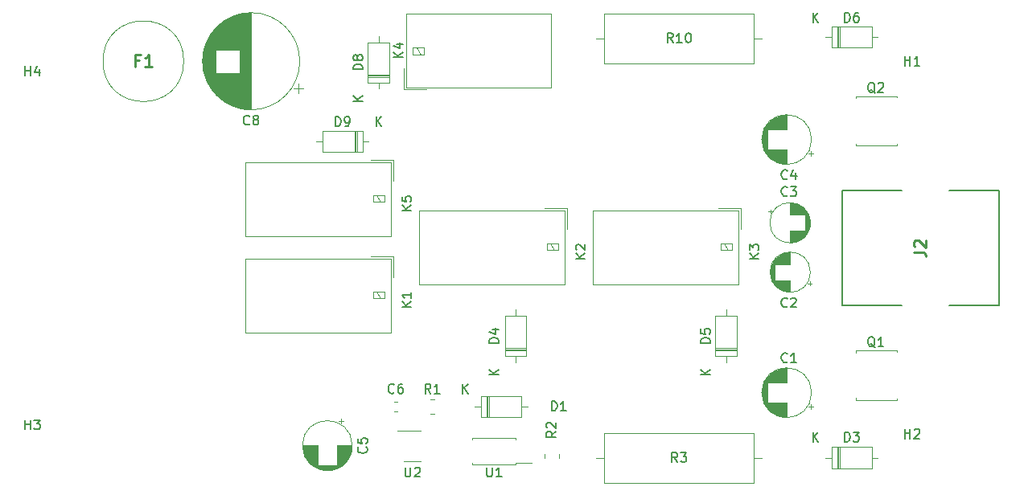
<source format=gbr>
%TF.GenerationSoftware,KiCad,Pcbnew,(5.1.7)-1*%
%TF.CreationDate,2021-07-26T21:24:21-04:00*%
%TF.ProjectId,PhoneInterface,50686f6e-6549-46e7-9465-72666163652e,rev?*%
%TF.SameCoordinates,Original*%
%TF.FileFunction,Legend,Top*%
%TF.FilePolarity,Positive*%
%FSLAX46Y46*%
G04 Gerber Fmt 4.6, Leading zero omitted, Abs format (unit mm)*
G04 Created by KiCad (PCBNEW (5.1.7)-1) date 2021-07-26 21:24:21*
%MOMM*%
%LPD*%
G01*
G04 APERTURE LIST*
%ADD10C,0.120000*%
%ADD11C,0.200000*%
%ADD12C,0.100000*%
%ADD13C,0.150000*%
%ADD14C,0.254000*%
G04 APERTURE END LIST*
D10*
%TO.C,U2*%
X134482000Y-123403000D02*
X136282000Y-123403000D01*
X136282000Y-120183000D02*
X133832000Y-120183000D01*
%TO.C,U1*%
X143967000Y-120954500D02*
X141657000Y-120954500D01*
X141657000Y-120954500D02*
X141657000Y-121169500D01*
X143967000Y-120954500D02*
X146277000Y-120954500D01*
X146277000Y-120954500D02*
X146277000Y-121169500D01*
X143967000Y-123774500D02*
X141657000Y-123774500D01*
X141657000Y-123774500D02*
X141657000Y-123559500D01*
X143967000Y-123774500D02*
X146277000Y-123774500D01*
X146277000Y-123774500D02*
X146277000Y-123559500D01*
X146277000Y-123559500D02*
X147967000Y-123559500D01*
%TO.C,R10*%
X155579000Y-76247000D02*
X155579000Y-81487000D01*
X155579000Y-81487000D02*
X171319000Y-81487000D01*
X171319000Y-81487000D02*
X171319000Y-76247000D01*
X171319000Y-76247000D02*
X155579000Y-76247000D01*
X154729000Y-78867000D02*
X155579000Y-78867000D01*
X172169000Y-78867000D02*
X171319000Y-78867000D01*
%TO.C,R3*%
X155579000Y-120443000D02*
X155579000Y-125683000D01*
X155579000Y-125683000D02*
X171319000Y-125683000D01*
X171319000Y-125683000D02*
X171319000Y-120443000D01*
X171319000Y-120443000D02*
X155579000Y-120443000D01*
X154729000Y-123063000D02*
X155579000Y-123063000D01*
X172169000Y-123063000D02*
X171319000Y-123063000D01*
%TO.C,R2*%
X149315500Y-123115564D02*
X149315500Y-122661436D01*
X150785500Y-123115564D02*
X150785500Y-122661436D01*
%TO.C,R1*%
X137704564Y-118400500D02*
X137250436Y-118400500D01*
X137704564Y-116930500D02*
X137250436Y-116930500D01*
%TO.C,Q2*%
X182089000Y-89966500D02*
X182089000Y-90166500D01*
X182089000Y-90166500D02*
X186389000Y-90166500D01*
X186389000Y-90166500D02*
X186389000Y-90016500D01*
X186389000Y-85116500D02*
X186389000Y-84966500D01*
X186389000Y-84966500D02*
X182089000Y-84966500D01*
X182089000Y-84966500D02*
X182089000Y-85166500D01*
%TO.C,Q1*%
X182089000Y-116763500D02*
X182089000Y-116963500D01*
X182089000Y-116963500D02*
X186389000Y-116963500D01*
X186389000Y-116963500D02*
X186389000Y-116813500D01*
X186389000Y-111913500D02*
X186389000Y-111763500D01*
X186389000Y-111763500D02*
X182089000Y-111763500D01*
X182089000Y-111763500D02*
X182089000Y-111963500D01*
%TO.C,K5*%
X133116000Y-99711500D02*
X117836000Y-99711500D01*
X133096000Y-91931500D02*
X117836000Y-91931500D01*
X117836000Y-99711500D02*
X117836000Y-91931500D01*
X133116000Y-99711500D02*
X133116000Y-91931500D01*
X133336000Y-91711500D02*
X133336000Y-93901500D01*
X130996000Y-91711500D02*
X133336000Y-91711500D01*
X131226000Y-95411500D02*
X131226000Y-96111500D01*
X132426000Y-95411500D02*
X131226000Y-95411500D01*
X132426000Y-96111500D02*
X132426000Y-95411500D01*
X131226000Y-96111500D02*
X132426000Y-96111500D01*
X131626000Y-95411500D02*
X132026000Y-96111500D01*
%TO.C,K4*%
X134727000Y-76247000D02*
X150007000Y-76247000D01*
X134747000Y-84027000D02*
X150007000Y-84027000D01*
X150007000Y-76247000D02*
X150007000Y-84027000D01*
X134727000Y-76247000D02*
X134727000Y-84027000D01*
X134507000Y-84247000D02*
X134507000Y-82057000D01*
X136847000Y-84247000D02*
X134507000Y-84247000D01*
X136617000Y-80547000D02*
X136617000Y-79847000D01*
X135417000Y-80547000D02*
X136617000Y-80547000D01*
X135417000Y-79847000D02*
X135417000Y-80547000D01*
X136617000Y-79847000D02*
X135417000Y-79847000D01*
X136217000Y-80547000D02*
X135817000Y-79847000D01*
%TO.C,K3*%
X169692000Y-104791500D02*
X154412000Y-104791500D01*
X169672000Y-97011500D02*
X154412000Y-97011500D01*
X154412000Y-104791500D02*
X154412000Y-97011500D01*
X169692000Y-104791500D02*
X169692000Y-97011500D01*
X169912000Y-96791500D02*
X169912000Y-98981500D01*
X167572000Y-96791500D02*
X169912000Y-96791500D01*
X167802000Y-100491500D02*
X167802000Y-101191500D01*
X169002000Y-100491500D02*
X167802000Y-100491500D01*
X169002000Y-101191500D02*
X169002000Y-100491500D01*
X167802000Y-101191500D02*
X169002000Y-101191500D01*
X168202000Y-100491500D02*
X168602000Y-101191500D01*
%TO.C,K2*%
X151404000Y-104791500D02*
X136124000Y-104791500D01*
X151384000Y-97011500D02*
X136124000Y-97011500D01*
X136124000Y-104791500D02*
X136124000Y-97011500D01*
X151404000Y-104791500D02*
X151404000Y-97011500D01*
X151624000Y-96791500D02*
X151624000Y-98981500D01*
X149284000Y-96791500D02*
X151624000Y-96791500D01*
X149514000Y-100491500D02*
X149514000Y-101191500D01*
X150714000Y-100491500D02*
X149514000Y-100491500D01*
X150714000Y-101191500D02*
X150714000Y-100491500D01*
X149514000Y-101191500D02*
X150714000Y-101191500D01*
X149914000Y-100491500D02*
X150314000Y-101191500D01*
%TO.C,K1*%
X133116000Y-109871500D02*
X117836000Y-109871500D01*
X133096000Y-102091500D02*
X117836000Y-102091500D01*
X117836000Y-109871500D02*
X117836000Y-102091500D01*
X133116000Y-109871500D02*
X133116000Y-102091500D01*
X133336000Y-101871500D02*
X133336000Y-104061500D01*
X130996000Y-101871500D02*
X133336000Y-101871500D01*
X131226000Y-105571500D02*
X131226000Y-106271500D01*
X132426000Y-105571500D02*
X131226000Y-105571500D01*
X132426000Y-106271500D02*
X132426000Y-105571500D01*
X131226000Y-106271500D02*
X132426000Y-106271500D01*
X131626000Y-105571500D02*
X132026000Y-106271500D01*
D11*
%TO.C,J2*%
X186904000Y-107002000D02*
X180594000Y-107002000D01*
X180594000Y-107002000D02*
X180594000Y-94932000D01*
X180594000Y-94932000D02*
X186904000Y-94932000D01*
X191904000Y-107002000D02*
X197104000Y-107002000D01*
X197104000Y-107002000D02*
X197104000Y-94932000D01*
X197104000Y-94932000D02*
X191904000Y-94932000D01*
D12*
%TO.C,F1*%
X102811000Y-81280000D02*
X102811000Y-81280000D01*
X111311000Y-81280000D02*
X111311000Y-81280000D01*
X102811000Y-81280000D02*
G75*
G02*
X111311000Y-81280000I4250000J0D01*
G01*
X111311000Y-81280000D02*
G75*
G02*
X102811000Y-81280000I-4250000J0D01*
G01*
D10*
%TO.C,D9*%
X130136000Y-90845500D02*
X130136000Y-88605500D01*
X130136000Y-88605500D02*
X125896000Y-88605500D01*
X125896000Y-88605500D02*
X125896000Y-90845500D01*
X125896000Y-90845500D02*
X130136000Y-90845500D01*
X130786000Y-89725500D02*
X130136000Y-89725500D01*
X125246000Y-89725500D02*
X125896000Y-89725500D01*
X129416000Y-90845500D02*
X129416000Y-88605500D01*
X129296000Y-90845500D02*
X129296000Y-88605500D01*
X129536000Y-90845500D02*
X129536000Y-88605500D01*
%TO.C,D8*%
X130706000Y-83527000D02*
X132946000Y-83527000D01*
X132946000Y-83527000D02*
X132946000Y-79287000D01*
X132946000Y-79287000D02*
X130706000Y-79287000D01*
X130706000Y-79287000D02*
X130706000Y-83527000D01*
X131826000Y-84177000D02*
X131826000Y-83527000D01*
X131826000Y-78637000D02*
X131826000Y-79287000D01*
X130706000Y-82807000D02*
X132946000Y-82807000D01*
X130706000Y-82687000D02*
X132946000Y-82687000D01*
X130706000Y-82927000D02*
X132946000Y-82927000D01*
%TO.C,D6*%
X179490000Y-77620000D02*
X179490000Y-79860000D01*
X179490000Y-79860000D02*
X183730000Y-79860000D01*
X183730000Y-79860000D02*
X183730000Y-77620000D01*
X183730000Y-77620000D02*
X179490000Y-77620000D01*
X178840000Y-78740000D02*
X179490000Y-78740000D01*
X184380000Y-78740000D02*
X183730000Y-78740000D01*
X180210000Y-77620000D02*
X180210000Y-79860000D01*
X180330000Y-77620000D02*
X180330000Y-79860000D01*
X180090000Y-77620000D02*
X180090000Y-79860000D01*
%TO.C,D5*%
X167282000Y-112356000D02*
X169522000Y-112356000D01*
X169522000Y-112356000D02*
X169522000Y-108116000D01*
X169522000Y-108116000D02*
X167282000Y-108116000D01*
X167282000Y-108116000D02*
X167282000Y-112356000D01*
X168402000Y-113006000D02*
X168402000Y-112356000D01*
X168402000Y-107466000D02*
X168402000Y-108116000D01*
X167282000Y-111636000D02*
X169522000Y-111636000D01*
X167282000Y-111516000D02*
X169522000Y-111516000D01*
X167282000Y-111756000D02*
X169522000Y-111756000D01*
%TO.C,D4*%
X145120500Y-112356000D02*
X147360500Y-112356000D01*
X147360500Y-112356000D02*
X147360500Y-108116000D01*
X147360500Y-108116000D02*
X145120500Y-108116000D01*
X145120500Y-108116000D02*
X145120500Y-112356000D01*
X146240500Y-113006000D02*
X146240500Y-112356000D01*
X146240500Y-107466000D02*
X146240500Y-108116000D01*
X145120500Y-111636000D02*
X147360500Y-111636000D01*
X145120500Y-111516000D02*
X147360500Y-111516000D01*
X145120500Y-111756000D02*
X147360500Y-111756000D01*
%TO.C,D3*%
X179490000Y-121943000D02*
X179490000Y-124183000D01*
X179490000Y-124183000D02*
X183730000Y-124183000D01*
X183730000Y-124183000D02*
X183730000Y-121943000D01*
X183730000Y-121943000D02*
X179490000Y-121943000D01*
X178840000Y-123063000D02*
X179490000Y-123063000D01*
X184380000Y-123063000D02*
X183730000Y-123063000D01*
X180210000Y-121943000D02*
X180210000Y-124183000D01*
X180330000Y-121943000D02*
X180330000Y-124183000D01*
X180090000Y-121943000D02*
X180090000Y-124183000D01*
%TO.C,D1*%
X142596500Y-116545500D02*
X142596500Y-118785500D01*
X142596500Y-118785500D02*
X146836500Y-118785500D01*
X146836500Y-118785500D02*
X146836500Y-116545500D01*
X146836500Y-116545500D02*
X142596500Y-116545500D01*
X141946500Y-117665500D02*
X142596500Y-117665500D01*
X147486500Y-117665500D02*
X146836500Y-117665500D01*
X143316500Y-116545500D02*
X143316500Y-118785500D01*
X143436500Y-116545500D02*
X143436500Y-118785500D01*
X143196500Y-116545500D02*
X143196500Y-118785500D01*
%TO.C,C8*%
X123524000Y-81280000D02*
G75*
G03*
X123524000Y-81280000I-5120000J0D01*
G01*
X118404000Y-86360000D02*
X118404000Y-76200000D01*
X118364000Y-86360000D02*
X118364000Y-76200000D01*
X118324000Y-86360000D02*
X118324000Y-76200000D01*
X118284000Y-86359000D02*
X118284000Y-76201000D01*
X118244000Y-86358000D02*
X118244000Y-76202000D01*
X118204000Y-86357000D02*
X118204000Y-76203000D01*
X118164000Y-86355000D02*
X118164000Y-76205000D01*
X118124000Y-86353000D02*
X118124000Y-76207000D01*
X118084000Y-86350000D02*
X118084000Y-76210000D01*
X118044000Y-86348000D02*
X118044000Y-76212000D01*
X118004000Y-86345000D02*
X118004000Y-76215000D01*
X117964000Y-86342000D02*
X117964000Y-76218000D01*
X117924000Y-86338000D02*
X117924000Y-76222000D01*
X117884000Y-86334000D02*
X117884000Y-76226000D01*
X117844000Y-86330000D02*
X117844000Y-76230000D01*
X117804000Y-86325000D02*
X117804000Y-76235000D01*
X117764000Y-86320000D02*
X117764000Y-76240000D01*
X117724000Y-86315000D02*
X117724000Y-76245000D01*
X117683000Y-86310000D02*
X117683000Y-76250000D01*
X117643000Y-86304000D02*
X117643000Y-76256000D01*
X117603000Y-86298000D02*
X117603000Y-76262000D01*
X117563000Y-86291000D02*
X117563000Y-76269000D01*
X117523000Y-86284000D02*
X117523000Y-76276000D01*
X117483000Y-86277000D02*
X117483000Y-76283000D01*
X117443000Y-86270000D02*
X117443000Y-76290000D01*
X117403000Y-86262000D02*
X117403000Y-76298000D01*
X117363000Y-86254000D02*
X117363000Y-76306000D01*
X117323000Y-86245000D02*
X117323000Y-76315000D01*
X117283000Y-86236000D02*
X117283000Y-76324000D01*
X117243000Y-86227000D02*
X117243000Y-76333000D01*
X117203000Y-86218000D02*
X117203000Y-76342000D01*
X117163000Y-86208000D02*
X117163000Y-76352000D01*
X117123000Y-86198000D02*
X117123000Y-82521000D01*
X117123000Y-80039000D02*
X117123000Y-76362000D01*
X117083000Y-86187000D02*
X117083000Y-82521000D01*
X117083000Y-80039000D02*
X117083000Y-76373000D01*
X117043000Y-86177000D02*
X117043000Y-82521000D01*
X117043000Y-80039000D02*
X117043000Y-76383000D01*
X117003000Y-86165000D02*
X117003000Y-82521000D01*
X117003000Y-80039000D02*
X117003000Y-76395000D01*
X116963000Y-86154000D02*
X116963000Y-82521000D01*
X116963000Y-80039000D02*
X116963000Y-76406000D01*
X116923000Y-86142000D02*
X116923000Y-82521000D01*
X116923000Y-80039000D02*
X116923000Y-76418000D01*
X116883000Y-86130000D02*
X116883000Y-82521000D01*
X116883000Y-80039000D02*
X116883000Y-76430000D01*
X116843000Y-86117000D02*
X116843000Y-82521000D01*
X116843000Y-80039000D02*
X116843000Y-76443000D01*
X116803000Y-86104000D02*
X116803000Y-82521000D01*
X116803000Y-80039000D02*
X116803000Y-76456000D01*
X116763000Y-86091000D02*
X116763000Y-82521000D01*
X116763000Y-80039000D02*
X116763000Y-76469000D01*
X116723000Y-86077000D02*
X116723000Y-82521000D01*
X116723000Y-80039000D02*
X116723000Y-76483000D01*
X116683000Y-86063000D02*
X116683000Y-82521000D01*
X116683000Y-80039000D02*
X116683000Y-76497000D01*
X116643000Y-86048000D02*
X116643000Y-82521000D01*
X116643000Y-80039000D02*
X116643000Y-76512000D01*
X116603000Y-86034000D02*
X116603000Y-82521000D01*
X116603000Y-80039000D02*
X116603000Y-76526000D01*
X116563000Y-86018000D02*
X116563000Y-82521000D01*
X116563000Y-80039000D02*
X116563000Y-76542000D01*
X116523000Y-86003000D02*
X116523000Y-82521000D01*
X116523000Y-80039000D02*
X116523000Y-76557000D01*
X116483000Y-85987000D02*
X116483000Y-82521000D01*
X116483000Y-80039000D02*
X116483000Y-76573000D01*
X116443000Y-85970000D02*
X116443000Y-82521000D01*
X116443000Y-80039000D02*
X116443000Y-76590000D01*
X116403000Y-85954000D02*
X116403000Y-82521000D01*
X116403000Y-80039000D02*
X116403000Y-76606000D01*
X116363000Y-85937000D02*
X116363000Y-82521000D01*
X116363000Y-80039000D02*
X116363000Y-76623000D01*
X116323000Y-85919000D02*
X116323000Y-82521000D01*
X116323000Y-80039000D02*
X116323000Y-76641000D01*
X116283000Y-85901000D02*
X116283000Y-82521000D01*
X116283000Y-80039000D02*
X116283000Y-76659000D01*
X116243000Y-85883000D02*
X116243000Y-82521000D01*
X116243000Y-80039000D02*
X116243000Y-76677000D01*
X116203000Y-85864000D02*
X116203000Y-82521000D01*
X116203000Y-80039000D02*
X116203000Y-76696000D01*
X116163000Y-85844000D02*
X116163000Y-82521000D01*
X116163000Y-80039000D02*
X116163000Y-76716000D01*
X116123000Y-85825000D02*
X116123000Y-82521000D01*
X116123000Y-80039000D02*
X116123000Y-76735000D01*
X116083000Y-85805000D02*
X116083000Y-82521000D01*
X116083000Y-80039000D02*
X116083000Y-76755000D01*
X116043000Y-85784000D02*
X116043000Y-82521000D01*
X116043000Y-80039000D02*
X116043000Y-76776000D01*
X116003000Y-85763000D02*
X116003000Y-82521000D01*
X116003000Y-80039000D02*
X116003000Y-76797000D01*
X115963000Y-85742000D02*
X115963000Y-82521000D01*
X115963000Y-80039000D02*
X115963000Y-76818000D01*
X115923000Y-85720000D02*
X115923000Y-82521000D01*
X115923000Y-80039000D02*
X115923000Y-76840000D01*
X115883000Y-85697000D02*
X115883000Y-82521000D01*
X115883000Y-80039000D02*
X115883000Y-76863000D01*
X115843000Y-85675000D02*
X115843000Y-82521000D01*
X115843000Y-80039000D02*
X115843000Y-76885000D01*
X115803000Y-85651000D02*
X115803000Y-82521000D01*
X115803000Y-80039000D02*
X115803000Y-76909000D01*
X115763000Y-85627000D02*
X115763000Y-82521000D01*
X115763000Y-80039000D02*
X115763000Y-76933000D01*
X115723000Y-85603000D02*
X115723000Y-82521000D01*
X115723000Y-80039000D02*
X115723000Y-76957000D01*
X115683000Y-85578000D02*
X115683000Y-82521000D01*
X115683000Y-80039000D02*
X115683000Y-76982000D01*
X115643000Y-85553000D02*
X115643000Y-82521000D01*
X115643000Y-80039000D02*
X115643000Y-77007000D01*
X115603000Y-85527000D02*
X115603000Y-82521000D01*
X115603000Y-80039000D02*
X115603000Y-77033000D01*
X115563000Y-85501000D02*
X115563000Y-82521000D01*
X115563000Y-80039000D02*
X115563000Y-77059000D01*
X115523000Y-85474000D02*
X115523000Y-82521000D01*
X115523000Y-80039000D02*
X115523000Y-77086000D01*
X115483000Y-85446000D02*
X115483000Y-82521000D01*
X115483000Y-80039000D02*
X115483000Y-77114000D01*
X115443000Y-85418000D02*
X115443000Y-82521000D01*
X115443000Y-80039000D02*
X115443000Y-77142000D01*
X115403000Y-85390000D02*
X115403000Y-82521000D01*
X115403000Y-80039000D02*
X115403000Y-77170000D01*
X115363000Y-85360000D02*
X115363000Y-82521000D01*
X115363000Y-80039000D02*
X115363000Y-77200000D01*
X115323000Y-85330000D02*
X115323000Y-82521000D01*
X115323000Y-80039000D02*
X115323000Y-77230000D01*
X115283000Y-85300000D02*
X115283000Y-82521000D01*
X115283000Y-80039000D02*
X115283000Y-77260000D01*
X115243000Y-85269000D02*
X115243000Y-82521000D01*
X115243000Y-80039000D02*
X115243000Y-77291000D01*
X115203000Y-85237000D02*
X115203000Y-82521000D01*
X115203000Y-80039000D02*
X115203000Y-77323000D01*
X115163000Y-85205000D02*
X115163000Y-82521000D01*
X115163000Y-80039000D02*
X115163000Y-77355000D01*
X115123000Y-85172000D02*
X115123000Y-82521000D01*
X115123000Y-80039000D02*
X115123000Y-77388000D01*
X115083000Y-85138000D02*
X115083000Y-82521000D01*
X115083000Y-80039000D02*
X115083000Y-77422000D01*
X115043000Y-85104000D02*
X115043000Y-82521000D01*
X115043000Y-80039000D02*
X115043000Y-77456000D01*
X115003000Y-85069000D02*
X115003000Y-82521000D01*
X115003000Y-80039000D02*
X115003000Y-77491000D01*
X114963000Y-85033000D02*
X114963000Y-82521000D01*
X114963000Y-80039000D02*
X114963000Y-77527000D01*
X114923000Y-84996000D02*
X114923000Y-82521000D01*
X114923000Y-80039000D02*
X114923000Y-77564000D01*
X114883000Y-84959000D02*
X114883000Y-82521000D01*
X114883000Y-80039000D02*
X114883000Y-77601000D01*
X114843000Y-84920000D02*
X114843000Y-82521000D01*
X114843000Y-80039000D02*
X114843000Y-77640000D01*
X114803000Y-84881000D02*
X114803000Y-82521000D01*
X114803000Y-80039000D02*
X114803000Y-77679000D01*
X114763000Y-84841000D02*
X114763000Y-82521000D01*
X114763000Y-80039000D02*
X114763000Y-77719000D01*
X114723000Y-84800000D02*
X114723000Y-82521000D01*
X114723000Y-80039000D02*
X114723000Y-77760000D01*
X114683000Y-84758000D02*
X114683000Y-82521000D01*
X114683000Y-80039000D02*
X114683000Y-77802000D01*
X114643000Y-84716000D02*
X114643000Y-77844000D01*
X114603000Y-84672000D02*
X114603000Y-77888000D01*
X114563000Y-84627000D02*
X114563000Y-77933000D01*
X114523000Y-84581000D02*
X114523000Y-77979000D01*
X114483000Y-84534000D02*
X114483000Y-78026000D01*
X114443000Y-84486000D02*
X114443000Y-78074000D01*
X114403000Y-84436000D02*
X114403000Y-78124000D01*
X114363000Y-84386000D02*
X114363000Y-78174000D01*
X114323000Y-84334000D02*
X114323000Y-78226000D01*
X114283000Y-84280000D02*
X114283000Y-78280000D01*
X114243000Y-84225000D02*
X114243000Y-78335000D01*
X114203000Y-84169000D02*
X114203000Y-78391000D01*
X114163000Y-84110000D02*
X114163000Y-78450000D01*
X114123000Y-84050000D02*
X114123000Y-78510000D01*
X114083000Y-83989000D02*
X114083000Y-78571000D01*
X114043000Y-83925000D02*
X114043000Y-78635000D01*
X114003000Y-83859000D02*
X114003000Y-78701000D01*
X113963000Y-83790000D02*
X113963000Y-78770000D01*
X113923000Y-83719000D02*
X113923000Y-78841000D01*
X113883000Y-83645000D02*
X113883000Y-78915000D01*
X113843000Y-83569000D02*
X113843000Y-78991000D01*
X113803000Y-83489000D02*
X113803000Y-79071000D01*
X113763000Y-83405000D02*
X113763000Y-79155000D01*
X113723000Y-83317000D02*
X113723000Y-79243000D01*
X113683000Y-83224000D02*
X113683000Y-79336000D01*
X113643000Y-83126000D02*
X113643000Y-79434000D01*
X113603000Y-83022000D02*
X113603000Y-79538000D01*
X113563000Y-82910000D02*
X113563000Y-79650000D01*
X113523000Y-82790000D02*
X113523000Y-79770000D01*
X113483000Y-82658000D02*
X113483000Y-79902000D01*
X113443000Y-82510000D02*
X113443000Y-80050000D01*
X113403000Y-82342000D02*
X113403000Y-80218000D01*
X113363000Y-82142000D02*
X113363000Y-80418000D01*
X113323000Y-81879000D02*
X113323000Y-80681000D01*
X123883646Y-84155000D02*
X122883646Y-84155000D01*
X123383646Y-84655000D02*
X123383646Y-83655000D01*
%TO.C,C6*%
X133787267Y-118175500D02*
X133494733Y-118175500D01*
X133787267Y-117155500D02*
X133494733Y-117155500D01*
%TO.C,C5*%
X129048500Y-121777000D02*
G75*
G03*
X129048500Y-121777000I-2620000J0D01*
G01*
X125388500Y-121777000D02*
X123848500Y-121777000D01*
X129008500Y-121777000D02*
X127468500Y-121777000D01*
X125388500Y-121817000D02*
X123848500Y-121817000D01*
X129008500Y-121817000D02*
X127468500Y-121817000D01*
X129007500Y-121857000D02*
X127468500Y-121857000D01*
X125388500Y-121857000D02*
X123849500Y-121857000D01*
X129006500Y-121897000D02*
X127468500Y-121897000D01*
X125388500Y-121897000D02*
X123850500Y-121897000D01*
X129004500Y-121937000D02*
X127468500Y-121937000D01*
X125388500Y-121937000D02*
X123852500Y-121937000D01*
X129001500Y-121977000D02*
X127468500Y-121977000D01*
X125388500Y-121977000D02*
X123855500Y-121977000D01*
X128997500Y-122017000D02*
X127468500Y-122017000D01*
X125388500Y-122017000D02*
X123859500Y-122017000D01*
X128993500Y-122057000D02*
X127468500Y-122057000D01*
X125388500Y-122057000D02*
X123863500Y-122057000D01*
X128989500Y-122097000D02*
X127468500Y-122097000D01*
X125388500Y-122097000D02*
X123867500Y-122097000D01*
X128984500Y-122137000D02*
X127468500Y-122137000D01*
X125388500Y-122137000D02*
X123872500Y-122137000D01*
X128978500Y-122177000D02*
X127468500Y-122177000D01*
X125388500Y-122177000D02*
X123878500Y-122177000D01*
X128971500Y-122217000D02*
X127468500Y-122217000D01*
X125388500Y-122217000D02*
X123885500Y-122217000D01*
X128964500Y-122257000D02*
X127468500Y-122257000D01*
X125388500Y-122257000D02*
X123892500Y-122257000D01*
X128956500Y-122297000D02*
X127468500Y-122297000D01*
X125388500Y-122297000D02*
X123900500Y-122297000D01*
X128948500Y-122337000D02*
X127468500Y-122337000D01*
X125388500Y-122337000D02*
X123908500Y-122337000D01*
X128939500Y-122377000D02*
X127468500Y-122377000D01*
X125388500Y-122377000D02*
X123917500Y-122377000D01*
X128929500Y-122417000D02*
X127468500Y-122417000D01*
X125388500Y-122417000D02*
X123927500Y-122417000D01*
X128919500Y-122457000D02*
X127468500Y-122457000D01*
X125388500Y-122457000D02*
X123937500Y-122457000D01*
X128908500Y-122498000D02*
X127468500Y-122498000D01*
X125388500Y-122498000D02*
X123948500Y-122498000D01*
X128896500Y-122538000D02*
X127468500Y-122538000D01*
X125388500Y-122538000D02*
X123960500Y-122538000D01*
X128883500Y-122578000D02*
X127468500Y-122578000D01*
X125388500Y-122578000D02*
X123973500Y-122578000D01*
X128870500Y-122618000D02*
X127468500Y-122618000D01*
X125388500Y-122618000D02*
X123986500Y-122618000D01*
X128856500Y-122658000D02*
X127468500Y-122658000D01*
X125388500Y-122658000D02*
X124000500Y-122658000D01*
X128842500Y-122698000D02*
X127468500Y-122698000D01*
X125388500Y-122698000D02*
X124014500Y-122698000D01*
X128826500Y-122738000D02*
X127468500Y-122738000D01*
X125388500Y-122738000D02*
X124030500Y-122738000D01*
X128810500Y-122778000D02*
X127468500Y-122778000D01*
X125388500Y-122778000D02*
X124046500Y-122778000D01*
X128793500Y-122818000D02*
X127468500Y-122818000D01*
X125388500Y-122818000D02*
X124063500Y-122818000D01*
X128776500Y-122858000D02*
X127468500Y-122858000D01*
X125388500Y-122858000D02*
X124080500Y-122858000D01*
X128757500Y-122898000D02*
X127468500Y-122898000D01*
X125388500Y-122898000D02*
X124099500Y-122898000D01*
X128738500Y-122938000D02*
X127468500Y-122938000D01*
X125388500Y-122938000D02*
X124118500Y-122938000D01*
X128718500Y-122978000D02*
X127468500Y-122978000D01*
X125388500Y-122978000D02*
X124138500Y-122978000D01*
X128696500Y-123018000D02*
X127468500Y-123018000D01*
X125388500Y-123018000D02*
X124160500Y-123018000D01*
X128675500Y-123058000D02*
X127468500Y-123058000D01*
X125388500Y-123058000D02*
X124181500Y-123058000D01*
X128652500Y-123098000D02*
X127468500Y-123098000D01*
X125388500Y-123098000D02*
X124204500Y-123098000D01*
X128628500Y-123138000D02*
X127468500Y-123138000D01*
X125388500Y-123138000D02*
X124228500Y-123138000D01*
X128603500Y-123178000D02*
X127468500Y-123178000D01*
X125388500Y-123178000D02*
X124253500Y-123178000D01*
X128577500Y-123218000D02*
X127468500Y-123218000D01*
X125388500Y-123218000D02*
X124279500Y-123218000D01*
X128550500Y-123258000D02*
X127468500Y-123258000D01*
X125388500Y-123258000D02*
X124306500Y-123258000D01*
X128523500Y-123298000D02*
X127468500Y-123298000D01*
X125388500Y-123298000D02*
X124333500Y-123298000D01*
X128493500Y-123338000D02*
X127468500Y-123338000D01*
X125388500Y-123338000D02*
X124363500Y-123338000D01*
X128463500Y-123378000D02*
X127468500Y-123378000D01*
X125388500Y-123378000D02*
X124393500Y-123378000D01*
X128432500Y-123418000D02*
X127468500Y-123418000D01*
X125388500Y-123418000D02*
X124424500Y-123418000D01*
X128399500Y-123458000D02*
X127468500Y-123458000D01*
X125388500Y-123458000D02*
X124457500Y-123458000D01*
X128365500Y-123498000D02*
X127468500Y-123498000D01*
X125388500Y-123498000D02*
X124491500Y-123498000D01*
X128329500Y-123538000D02*
X127468500Y-123538000D01*
X125388500Y-123538000D02*
X124527500Y-123538000D01*
X128292500Y-123578000D02*
X127468500Y-123578000D01*
X125388500Y-123578000D02*
X124564500Y-123578000D01*
X128254500Y-123618000D02*
X127468500Y-123618000D01*
X125388500Y-123618000D02*
X124602500Y-123618000D01*
X128213500Y-123658000D02*
X127468500Y-123658000D01*
X125388500Y-123658000D02*
X124643500Y-123658000D01*
X128171500Y-123698000D02*
X127468500Y-123698000D01*
X125388500Y-123698000D02*
X124685500Y-123698000D01*
X128127500Y-123738000D02*
X127468500Y-123738000D01*
X125388500Y-123738000D02*
X124729500Y-123738000D01*
X128081500Y-123778000D02*
X127468500Y-123778000D01*
X125388500Y-123778000D02*
X124775500Y-123778000D01*
X128033500Y-123818000D02*
X124823500Y-123818000D01*
X127982500Y-123858000D02*
X124874500Y-123858000D01*
X127928500Y-123898000D02*
X124928500Y-123898000D01*
X127871500Y-123938000D02*
X124985500Y-123938000D01*
X127811500Y-123978000D02*
X125045500Y-123978000D01*
X127747500Y-124018000D02*
X125109500Y-124018000D01*
X127679500Y-124058000D02*
X125177500Y-124058000D01*
X127606500Y-124098000D02*
X125250500Y-124098000D01*
X127526500Y-124138000D02*
X125330500Y-124138000D01*
X127439500Y-124178000D02*
X125417500Y-124178000D01*
X127343500Y-124218000D02*
X125513500Y-124218000D01*
X127233500Y-124258000D02*
X125623500Y-124258000D01*
X127105500Y-124298000D02*
X125751500Y-124298000D01*
X126946500Y-124338000D02*
X125910500Y-124338000D01*
X126712500Y-124378000D02*
X126144500Y-124378000D01*
X127903500Y-118972225D02*
X127903500Y-119472225D01*
X128153500Y-119222225D02*
X127653500Y-119222225D01*
%TO.C,C4*%
X177388000Y-89535000D02*
G75*
G03*
X177388000Y-89535000I-2620000J0D01*
G01*
X174768000Y-88495000D02*
X174768000Y-86955000D01*
X174768000Y-92115000D02*
X174768000Y-90575000D01*
X174728000Y-88495000D02*
X174728000Y-86955000D01*
X174728000Y-92115000D02*
X174728000Y-90575000D01*
X174688000Y-92114000D02*
X174688000Y-90575000D01*
X174688000Y-88495000D02*
X174688000Y-86956000D01*
X174648000Y-92113000D02*
X174648000Y-90575000D01*
X174648000Y-88495000D02*
X174648000Y-86957000D01*
X174608000Y-92111000D02*
X174608000Y-90575000D01*
X174608000Y-88495000D02*
X174608000Y-86959000D01*
X174568000Y-92108000D02*
X174568000Y-90575000D01*
X174568000Y-88495000D02*
X174568000Y-86962000D01*
X174528000Y-92104000D02*
X174528000Y-90575000D01*
X174528000Y-88495000D02*
X174528000Y-86966000D01*
X174488000Y-92100000D02*
X174488000Y-90575000D01*
X174488000Y-88495000D02*
X174488000Y-86970000D01*
X174448000Y-92096000D02*
X174448000Y-90575000D01*
X174448000Y-88495000D02*
X174448000Y-86974000D01*
X174408000Y-92091000D02*
X174408000Y-90575000D01*
X174408000Y-88495000D02*
X174408000Y-86979000D01*
X174368000Y-92085000D02*
X174368000Y-90575000D01*
X174368000Y-88495000D02*
X174368000Y-86985000D01*
X174328000Y-92078000D02*
X174328000Y-90575000D01*
X174328000Y-88495000D02*
X174328000Y-86992000D01*
X174288000Y-92071000D02*
X174288000Y-90575000D01*
X174288000Y-88495000D02*
X174288000Y-86999000D01*
X174248000Y-92063000D02*
X174248000Y-90575000D01*
X174248000Y-88495000D02*
X174248000Y-87007000D01*
X174208000Y-92055000D02*
X174208000Y-90575000D01*
X174208000Y-88495000D02*
X174208000Y-87015000D01*
X174168000Y-92046000D02*
X174168000Y-90575000D01*
X174168000Y-88495000D02*
X174168000Y-87024000D01*
X174128000Y-92036000D02*
X174128000Y-90575000D01*
X174128000Y-88495000D02*
X174128000Y-87034000D01*
X174088000Y-92026000D02*
X174088000Y-90575000D01*
X174088000Y-88495000D02*
X174088000Y-87044000D01*
X174047000Y-92015000D02*
X174047000Y-90575000D01*
X174047000Y-88495000D02*
X174047000Y-87055000D01*
X174007000Y-92003000D02*
X174007000Y-90575000D01*
X174007000Y-88495000D02*
X174007000Y-87067000D01*
X173967000Y-91990000D02*
X173967000Y-90575000D01*
X173967000Y-88495000D02*
X173967000Y-87080000D01*
X173927000Y-91977000D02*
X173927000Y-90575000D01*
X173927000Y-88495000D02*
X173927000Y-87093000D01*
X173887000Y-91963000D02*
X173887000Y-90575000D01*
X173887000Y-88495000D02*
X173887000Y-87107000D01*
X173847000Y-91949000D02*
X173847000Y-90575000D01*
X173847000Y-88495000D02*
X173847000Y-87121000D01*
X173807000Y-91933000D02*
X173807000Y-90575000D01*
X173807000Y-88495000D02*
X173807000Y-87137000D01*
X173767000Y-91917000D02*
X173767000Y-90575000D01*
X173767000Y-88495000D02*
X173767000Y-87153000D01*
X173727000Y-91900000D02*
X173727000Y-90575000D01*
X173727000Y-88495000D02*
X173727000Y-87170000D01*
X173687000Y-91883000D02*
X173687000Y-90575000D01*
X173687000Y-88495000D02*
X173687000Y-87187000D01*
X173647000Y-91864000D02*
X173647000Y-90575000D01*
X173647000Y-88495000D02*
X173647000Y-87206000D01*
X173607000Y-91845000D02*
X173607000Y-90575000D01*
X173607000Y-88495000D02*
X173607000Y-87225000D01*
X173567000Y-91825000D02*
X173567000Y-90575000D01*
X173567000Y-88495000D02*
X173567000Y-87245000D01*
X173527000Y-91803000D02*
X173527000Y-90575000D01*
X173527000Y-88495000D02*
X173527000Y-87267000D01*
X173487000Y-91782000D02*
X173487000Y-90575000D01*
X173487000Y-88495000D02*
X173487000Y-87288000D01*
X173447000Y-91759000D02*
X173447000Y-90575000D01*
X173447000Y-88495000D02*
X173447000Y-87311000D01*
X173407000Y-91735000D02*
X173407000Y-90575000D01*
X173407000Y-88495000D02*
X173407000Y-87335000D01*
X173367000Y-91710000D02*
X173367000Y-90575000D01*
X173367000Y-88495000D02*
X173367000Y-87360000D01*
X173327000Y-91684000D02*
X173327000Y-90575000D01*
X173327000Y-88495000D02*
X173327000Y-87386000D01*
X173287000Y-91657000D02*
X173287000Y-90575000D01*
X173287000Y-88495000D02*
X173287000Y-87413000D01*
X173247000Y-91630000D02*
X173247000Y-90575000D01*
X173247000Y-88495000D02*
X173247000Y-87440000D01*
X173207000Y-91600000D02*
X173207000Y-90575000D01*
X173207000Y-88495000D02*
X173207000Y-87470000D01*
X173167000Y-91570000D02*
X173167000Y-90575000D01*
X173167000Y-88495000D02*
X173167000Y-87500000D01*
X173127000Y-91539000D02*
X173127000Y-90575000D01*
X173127000Y-88495000D02*
X173127000Y-87531000D01*
X173087000Y-91506000D02*
X173087000Y-90575000D01*
X173087000Y-88495000D02*
X173087000Y-87564000D01*
X173047000Y-91472000D02*
X173047000Y-90575000D01*
X173047000Y-88495000D02*
X173047000Y-87598000D01*
X173007000Y-91436000D02*
X173007000Y-90575000D01*
X173007000Y-88495000D02*
X173007000Y-87634000D01*
X172967000Y-91399000D02*
X172967000Y-90575000D01*
X172967000Y-88495000D02*
X172967000Y-87671000D01*
X172927000Y-91361000D02*
X172927000Y-90575000D01*
X172927000Y-88495000D02*
X172927000Y-87709000D01*
X172887000Y-91320000D02*
X172887000Y-90575000D01*
X172887000Y-88495000D02*
X172887000Y-87750000D01*
X172847000Y-91278000D02*
X172847000Y-90575000D01*
X172847000Y-88495000D02*
X172847000Y-87792000D01*
X172807000Y-91234000D02*
X172807000Y-90575000D01*
X172807000Y-88495000D02*
X172807000Y-87836000D01*
X172767000Y-91188000D02*
X172767000Y-90575000D01*
X172767000Y-88495000D02*
X172767000Y-87882000D01*
X172727000Y-91140000D02*
X172727000Y-87930000D01*
X172687000Y-91089000D02*
X172687000Y-87981000D01*
X172647000Y-91035000D02*
X172647000Y-88035000D01*
X172607000Y-90978000D02*
X172607000Y-88092000D01*
X172567000Y-90918000D02*
X172567000Y-88152000D01*
X172527000Y-90854000D02*
X172527000Y-88216000D01*
X172487000Y-90786000D02*
X172487000Y-88284000D01*
X172447000Y-90713000D02*
X172447000Y-88357000D01*
X172407000Y-90633000D02*
X172407000Y-88437000D01*
X172367000Y-90546000D02*
X172367000Y-88524000D01*
X172327000Y-90450000D02*
X172327000Y-88620000D01*
X172287000Y-90340000D02*
X172287000Y-88730000D01*
X172247000Y-90212000D02*
X172247000Y-88858000D01*
X172207000Y-90053000D02*
X172207000Y-89017000D01*
X172167000Y-89819000D02*
X172167000Y-89251000D01*
X177572775Y-91010000D02*
X177072775Y-91010000D01*
X177322775Y-91260000D02*
X177322775Y-90760000D01*
%TO.C,C3*%
X177241000Y-98298000D02*
G75*
G03*
X177241000Y-98298000I-2120000J0D01*
G01*
X175121000Y-99138000D02*
X175121000Y-100378000D01*
X175121000Y-96218000D02*
X175121000Y-97458000D01*
X175161000Y-99138000D02*
X175161000Y-100378000D01*
X175161000Y-96218000D02*
X175161000Y-97458000D01*
X175201000Y-99138000D02*
X175201000Y-100377000D01*
X175201000Y-96219000D02*
X175201000Y-97458000D01*
X175241000Y-96221000D02*
X175241000Y-97458000D01*
X175241000Y-99138000D02*
X175241000Y-100375000D01*
X175281000Y-96224000D02*
X175281000Y-97458000D01*
X175281000Y-99138000D02*
X175281000Y-100372000D01*
X175321000Y-96227000D02*
X175321000Y-97458000D01*
X175321000Y-99138000D02*
X175321000Y-100369000D01*
X175361000Y-96231000D02*
X175361000Y-97458000D01*
X175361000Y-99138000D02*
X175361000Y-100365000D01*
X175401000Y-96236000D02*
X175401000Y-97458000D01*
X175401000Y-99138000D02*
X175401000Y-100360000D01*
X175441000Y-96242000D02*
X175441000Y-97458000D01*
X175441000Y-99138000D02*
X175441000Y-100354000D01*
X175481000Y-96248000D02*
X175481000Y-97458000D01*
X175481000Y-99138000D02*
X175481000Y-100348000D01*
X175521000Y-96256000D02*
X175521000Y-97458000D01*
X175521000Y-99138000D02*
X175521000Y-100340000D01*
X175561000Y-96264000D02*
X175561000Y-97458000D01*
X175561000Y-99138000D02*
X175561000Y-100332000D01*
X175601000Y-96273000D02*
X175601000Y-97458000D01*
X175601000Y-99138000D02*
X175601000Y-100323000D01*
X175641000Y-96282000D02*
X175641000Y-97458000D01*
X175641000Y-99138000D02*
X175641000Y-100314000D01*
X175681000Y-96293000D02*
X175681000Y-97458000D01*
X175681000Y-99138000D02*
X175681000Y-100303000D01*
X175721000Y-96304000D02*
X175721000Y-97458000D01*
X175721000Y-99138000D02*
X175721000Y-100292000D01*
X175761000Y-96316000D02*
X175761000Y-97458000D01*
X175761000Y-99138000D02*
X175761000Y-100280000D01*
X175801000Y-96330000D02*
X175801000Y-97458000D01*
X175801000Y-99138000D02*
X175801000Y-100266000D01*
X175842000Y-96344000D02*
X175842000Y-97458000D01*
X175842000Y-99138000D02*
X175842000Y-100252000D01*
X175882000Y-96358000D02*
X175882000Y-97458000D01*
X175882000Y-99138000D02*
X175882000Y-100238000D01*
X175922000Y-96374000D02*
X175922000Y-97458000D01*
X175922000Y-99138000D02*
X175922000Y-100222000D01*
X175962000Y-96391000D02*
X175962000Y-97458000D01*
X175962000Y-99138000D02*
X175962000Y-100205000D01*
X176002000Y-96409000D02*
X176002000Y-97458000D01*
X176002000Y-99138000D02*
X176002000Y-100187000D01*
X176042000Y-96428000D02*
X176042000Y-97458000D01*
X176042000Y-99138000D02*
X176042000Y-100168000D01*
X176082000Y-96447000D02*
X176082000Y-97458000D01*
X176082000Y-99138000D02*
X176082000Y-100149000D01*
X176122000Y-96468000D02*
X176122000Y-97458000D01*
X176122000Y-99138000D02*
X176122000Y-100128000D01*
X176162000Y-96490000D02*
X176162000Y-97458000D01*
X176162000Y-99138000D02*
X176162000Y-100106000D01*
X176202000Y-96513000D02*
X176202000Y-97458000D01*
X176202000Y-99138000D02*
X176202000Y-100083000D01*
X176242000Y-96538000D02*
X176242000Y-97458000D01*
X176242000Y-99138000D02*
X176242000Y-100058000D01*
X176282000Y-96563000D02*
X176282000Y-97458000D01*
X176282000Y-99138000D02*
X176282000Y-100033000D01*
X176322000Y-96590000D02*
X176322000Y-97458000D01*
X176322000Y-99138000D02*
X176322000Y-100006000D01*
X176362000Y-96618000D02*
X176362000Y-97458000D01*
X176362000Y-99138000D02*
X176362000Y-99978000D01*
X176402000Y-96648000D02*
X176402000Y-97458000D01*
X176402000Y-99138000D02*
X176402000Y-99948000D01*
X176442000Y-96679000D02*
X176442000Y-97458000D01*
X176442000Y-99138000D02*
X176442000Y-99917000D01*
X176482000Y-96711000D02*
X176482000Y-97458000D01*
X176482000Y-99138000D02*
X176482000Y-99885000D01*
X176522000Y-96746000D02*
X176522000Y-97458000D01*
X176522000Y-99138000D02*
X176522000Y-99850000D01*
X176562000Y-96782000D02*
X176562000Y-97458000D01*
X176562000Y-99138000D02*
X176562000Y-99814000D01*
X176602000Y-96820000D02*
X176602000Y-97458000D01*
X176602000Y-99138000D02*
X176602000Y-99776000D01*
X176642000Y-96860000D02*
X176642000Y-97458000D01*
X176642000Y-99138000D02*
X176642000Y-99736000D01*
X176682000Y-96902000D02*
X176682000Y-97458000D01*
X176682000Y-99138000D02*
X176682000Y-99694000D01*
X176722000Y-96947000D02*
X176722000Y-99649000D01*
X176762000Y-96994000D02*
X176762000Y-99602000D01*
X176802000Y-97044000D02*
X176802000Y-99552000D01*
X176842000Y-97098000D02*
X176842000Y-99498000D01*
X176882000Y-97156000D02*
X176882000Y-99440000D01*
X176922000Y-97218000D02*
X176922000Y-99378000D01*
X176962000Y-97285000D02*
X176962000Y-99311000D01*
X177002000Y-97358000D02*
X177002000Y-99238000D01*
X177042000Y-97439000D02*
X177042000Y-99157000D01*
X177082000Y-97530000D02*
X177082000Y-99066000D01*
X177122000Y-97634000D02*
X177122000Y-98962000D01*
X177162000Y-97761000D02*
X177162000Y-98835000D01*
X177202000Y-97928000D02*
X177202000Y-98668000D01*
X172851199Y-97103000D02*
X173251199Y-97103000D01*
X173051199Y-96903000D02*
X173051199Y-97303000D01*
%TO.C,C2*%
X177265000Y-103505000D02*
G75*
G03*
X177265000Y-103505000I-2120000J0D01*
G01*
X175145000Y-102665000D02*
X175145000Y-101425000D01*
X175145000Y-105585000D02*
X175145000Y-104345000D01*
X175105000Y-102665000D02*
X175105000Y-101425000D01*
X175105000Y-105585000D02*
X175105000Y-104345000D01*
X175065000Y-102665000D02*
X175065000Y-101426000D01*
X175065000Y-105584000D02*
X175065000Y-104345000D01*
X175025000Y-105582000D02*
X175025000Y-104345000D01*
X175025000Y-102665000D02*
X175025000Y-101428000D01*
X174985000Y-105579000D02*
X174985000Y-104345000D01*
X174985000Y-102665000D02*
X174985000Y-101431000D01*
X174945000Y-105576000D02*
X174945000Y-104345000D01*
X174945000Y-102665000D02*
X174945000Y-101434000D01*
X174905000Y-105572000D02*
X174905000Y-104345000D01*
X174905000Y-102665000D02*
X174905000Y-101438000D01*
X174865000Y-105567000D02*
X174865000Y-104345000D01*
X174865000Y-102665000D02*
X174865000Y-101443000D01*
X174825000Y-105561000D02*
X174825000Y-104345000D01*
X174825000Y-102665000D02*
X174825000Y-101449000D01*
X174785000Y-105555000D02*
X174785000Y-104345000D01*
X174785000Y-102665000D02*
X174785000Y-101455000D01*
X174745000Y-105547000D02*
X174745000Y-104345000D01*
X174745000Y-102665000D02*
X174745000Y-101463000D01*
X174705000Y-105539000D02*
X174705000Y-104345000D01*
X174705000Y-102665000D02*
X174705000Y-101471000D01*
X174665000Y-105530000D02*
X174665000Y-104345000D01*
X174665000Y-102665000D02*
X174665000Y-101480000D01*
X174625000Y-105521000D02*
X174625000Y-104345000D01*
X174625000Y-102665000D02*
X174625000Y-101489000D01*
X174585000Y-105510000D02*
X174585000Y-104345000D01*
X174585000Y-102665000D02*
X174585000Y-101500000D01*
X174545000Y-105499000D02*
X174545000Y-104345000D01*
X174545000Y-102665000D02*
X174545000Y-101511000D01*
X174505000Y-105487000D02*
X174505000Y-104345000D01*
X174505000Y-102665000D02*
X174505000Y-101523000D01*
X174465000Y-105473000D02*
X174465000Y-104345000D01*
X174465000Y-102665000D02*
X174465000Y-101537000D01*
X174424000Y-105459000D02*
X174424000Y-104345000D01*
X174424000Y-102665000D02*
X174424000Y-101551000D01*
X174384000Y-105445000D02*
X174384000Y-104345000D01*
X174384000Y-102665000D02*
X174384000Y-101565000D01*
X174344000Y-105429000D02*
X174344000Y-104345000D01*
X174344000Y-102665000D02*
X174344000Y-101581000D01*
X174304000Y-105412000D02*
X174304000Y-104345000D01*
X174304000Y-102665000D02*
X174304000Y-101598000D01*
X174264000Y-105394000D02*
X174264000Y-104345000D01*
X174264000Y-102665000D02*
X174264000Y-101616000D01*
X174224000Y-105375000D02*
X174224000Y-104345000D01*
X174224000Y-102665000D02*
X174224000Y-101635000D01*
X174184000Y-105356000D02*
X174184000Y-104345000D01*
X174184000Y-102665000D02*
X174184000Y-101654000D01*
X174144000Y-105335000D02*
X174144000Y-104345000D01*
X174144000Y-102665000D02*
X174144000Y-101675000D01*
X174104000Y-105313000D02*
X174104000Y-104345000D01*
X174104000Y-102665000D02*
X174104000Y-101697000D01*
X174064000Y-105290000D02*
X174064000Y-104345000D01*
X174064000Y-102665000D02*
X174064000Y-101720000D01*
X174024000Y-105265000D02*
X174024000Y-104345000D01*
X174024000Y-102665000D02*
X174024000Y-101745000D01*
X173984000Y-105240000D02*
X173984000Y-104345000D01*
X173984000Y-102665000D02*
X173984000Y-101770000D01*
X173944000Y-105213000D02*
X173944000Y-104345000D01*
X173944000Y-102665000D02*
X173944000Y-101797000D01*
X173904000Y-105185000D02*
X173904000Y-104345000D01*
X173904000Y-102665000D02*
X173904000Y-101825000D01*
X173864000Y-105155000D02*
X173864000Y-104345000D01*
X173864000Y-102665000D02*
X173864000Y-101855000D01*
X173824000Y-105124000D02*
X173824000Y-104345000D01*
X173824000Y-102665000D02*
X173824000Y-101886000D01*
X173784000Y-105092000D02*
X173784000Y-104345000D01*
X173784000Y-102665000D02*
X173784000Y-101918000D01*
X173744000Y-105057000D02*
X173744000Y-104345000D01*
X173744000Y-102665000D02*
X173744000Y-101953000D01*
X173704000Y-105021000D02*
X173704000Y-104345000D01*
X173704000Y-102665000D02*
X173704000Y-101989000D01*
X173664000Y-104983000D02*
X173664000Y-104345000D01*
X173664000Y-102665000D02*
X173664000Y-102027000D01*
X173624000Y-104943000D02*
X173624000Y-104345000D01*
X173624000Y-102665000D02*
X173624000Y-102067000D01*
X173584000Y-104901000D02*
X173584000Y-104345000D01*
X173584000Y-102665000D02*
X173584000Y-102109000D01*
X173544000Y-104856000D02*
X173544000Y-102154000D01*
X173504000Y-104809000D02*
X173504000Y-102201000D01*
X173464000Y-104759000D02*
X173464000Y-102251000D01*
X173424000Y-104705000D02*
X173424000Y-102305000D01*
X173384000Y-104647000D02*
X173384000Y-102363000D01*
X173344000Y-104585000D02*
X173344000Y-102425000D01*
X173304000Y-104518000D02*
X173304000Y-102492000D01*
X173264000Y-104445000D02*
X173264000Y-102565000D01*
X173224000Y-104364000D02*
X173224000Y-102646000D01*
X173184000Y-104273000D02*
X173184000Y-102737000D01*
X173144000Y-104169000D02*
X173144000Y-102841000D01*
X173104000Y-104042000D02*
X173104000Y-102968000D01*
X173064000Y-103875000D02*
X173064000Y-103135000D01*
X177414801Y-104700000D02*
X177014801Y-104700000D01*
X177214801Y-104900000D02*
X177214801Y-104500000D01*
%TO.C,C1*%
X177388000Y-116205000D02*
G75*
G03*
X177388000Y-116205000I-2620000J0D01*
G01*
X174768000Y-115165000D02*
X174768000Y-113625000D01*
X174768000Y-118785000D02*
X174768000Y-117245000D01*
X174728000Y-115165000D02*
X174728000Y-113625000D01*
X174728000Y-118785000D02*
X174728000Y-117245000D01*
X174688000Y-118784000D02*
X174688000Y-117245000D01*
X174688000Y-115165000D02*
X174688000Y-113626000D01*
X174648000Y-118783000D02*
X174648000Y-117245000D01*
X174648000Y-115165000D02*
X174648000Y-113627000D01*
X174608000Y-118781000D02*
X174608000Y-117245000D01*
X174608000Y-115165000D02*
X174608000Y-113629000D01*
X174568000Y-118778000D02*
X174568000Y-117245000D01*
X174568000Y-115165000D02*
X174568000Y-113632000D01*
X174528000Y-118774000D02*
X174528000Y-117245000D01*
X174528000Y-115165000D02*
X174528000Y-113636000D01*
X174488000Y-118770000D02*
X174488000Y-117245000D01*
X174488000Y-115165000D02*
X174488000Y-113640000D01*
X174448000Y-118766000D02*
X174448000Y-117245000D01*
X174448000Y-115165000D02*
X174448000Y-113644000D01*
X174408000Y-118761000D02*
X174408000Y-117245000D01*
X174408000Y-115165000D02*
X174408000Y-113649000D01*
X174368000Y-118755000D02*
X174368000Y-117245000D01*
X174368000Y-115165000D02*
X174368000Y-113655000D01*
X174328000Y-118748000D02*
X174328000Y-117245000D01*
X174328000Y-115165000D02*
X174328000Y-113662000D01*
X174288000Y-118741000D02*
X174288000Y-117245000D01*
X174288000Y-115165000D02*
X174288000Y-113669000D01*
X174248000Y-118733000D02*
X174248000Y-117245000D01*
X174248000Y-115165000D02*
X174248000Y-113677000D01*
X174208000Y-118725000D02*
X174208000Y-117245000D01*
X174208000Y-115165000D02*
X174208000Y-113685000D01*
X174168000Y-118716000D02*
X174168000Y-117245000D01*
X174168000Y-115165000D02*
X174168000Y-113694000D01*
X174128000Y-118706000D02*
X174128000Y-117245000D01*
X174128000Y-115165000D02*
X174128000Y-113704000D01*
X174088000Y-118696000D02*
X174088000Y-117245000D01*
X174088000Y-115165000D02*
X174088000Y-113714000D01*
X174047000Y-118685000D02*
X174047000Y-117245000D01*
X174047000Y-115165000D02*
X174047000Y-113725000D01*
X174007000Y-118673000D02*
X174007000Y-117245000D01*
X174007000Y-115165000D02*
X174007000Y-113737000D01*
X173967000Y-118660000D02*
X173967000Y-117245000D01*
X173967000Y-115165000D02*
X173967000Y-113750000D01*
X173927000Y-118647000D02*
X173927000Y-117245000D01*
X173927000Y-115165000D02*
X173927000Y-113763000D01*
X173887000Y-118633000D02*
X173887000Y-117245000D01*
X173887000Y-115165000D02*
X173887000Y-113777000D01*
X173847000Y-118619000D02*
X173847000Y-117245000D01*
X173847000Y-115165000D02*
X173847000Y-113791000D01*
X173807000Y-118603000D02*
X173807000Y-117245000D01*
X173807000Y-115165000D02*
X173807000Y-113807000D01*
X173767000Y-118587000D02*
X173767000Y-117245000D01*
X173767000Y-115165000D02*
X173767000Y-113823000D01*
X173727000Y-118570000D02*
X173727000Y-117245000D01*
X173727000Y-115165000D02*
X173727000Y-113840000D01*
X173687000Y-118553000D02*
X173687000Y-117245000D01*
X173687000Y-115165000D02*
X173687000Y-113857000D01*
X173647000Y-118534000D02*
X173647000Y-117245000D01*
X173647000Y-115165000D02*
X173647000Y-113876000D01*
X173607000Y-118515000D02*
X173607000Y-117245000D01*
X173607000Y-115165000D02*
X173607000Y-113895000D01*
X173567000Y-118495000D02*
X173567000Y-117245000D01*
X173567000Y-115165000D02*
X173567000Y-113915000D01*
X173527000Y-118473000D02*
X173527000Y-117245000D01*
X173527000Y-115165000D02*
X173527000Y-113937000D01*
X173487000Y-118452000D02*
X173487000Y-117245000D01*
X173487000Y-115165000D02*
X173487000Y-113958000D01*
X173447000Y-118429000D02*
X173447000Y-117245000D01*
X173447000Y-115165000D02*
X173447000Y-113981000D01*
X173407000Y-118405000D02*
X173407000Y-117245000D01*
X173407000Y-115165000D02*
X173407000Y-114005000D01*
X173367000Y-118380000D02*
X173367000Y-117245000D01*
X173367000Y-115165000D02*
X173367000Y-114030000D01*
X173327000Y-118354000D02*
X173327000Y-117245000D01*
X173327000Y-115165000D02*
X173327000Y-114056000D01*
X173287000Y-118327000D02*
X173287000Y-117245000D01*
X173287000Y-115165000D02*
X173287000Y-114083000D01*
X173247000Y-118300000D02*
X173247000Y-117245000D01*
X173247000Y-115165000D02*
X173247000Y-114110000D01*
X173207000Y-118270000D02*
X173207000Y-117245000D01*
X173207000Y-115165000D02*
X173207000Y-114140000D01*
X173167000Y-118240000D02*
X173167000Y-117245000D01*
X173167000Y-115165000D02*
X173167000Y-114170000D01*
X173127000Y-118209000D02*
X173127000Y-117245000D01*
X173127000Y-115165000D02*
X173127000Y-114201000D01*
X173087000Y-118176000D02*
X173087000Y-117245000D01*
X173087000Y-115165000D02*
X173087000Y-114234000D01*
X173047000Y-118142000D02*
X173047000Y-117245000D01*
X173047000Y-115165000D02*
X173047000Y-114268000D01*
X173007000Y-118106000D02*
X173007000Y-117245000D01*
X173007000Y-115165000D02*
X173007000Y-114304000D01*
X172967000Y-118069000D02*
X172967000Y-117245000D01*
X172967000Y-115165000D02*
X172967000Y-114341000D01*
X172927000Y-118031000D02*
X172927000Y-117245000D01*
X172927000Y-115165000D02*
X172927000Y-114379000D01*
X172887000Y-117990000D02*
X172887000Y-117245000D01*
X172887000Y-115165000D02*
X172887000Y-114420000D01*
X172847000Y-117948000D02*
X172847000Y-117245000D01*
X172847000Y-115165000D02*
X172847000Y-114462000D01*
X172807000Y-117904000D02*
X172807000Y-117245000D01*
X172807000Y-115165000D02*
X172807000Y-114506000D01*
X172767000Y-117858000D02*
X172767000Y-117245000D01*
X172767000Y-115165000D02*
X172767000Y-114552000D01*
X172727000Y-117810000D02*
X172727000Y-114600000D01*
X172687000Y-117759000D02*
X172687000Y-114651000D01*
X172647000Y-117705000D02*
X172647000Y-114705000D01*
X172607000Y-117648000D02*
X172607000Y-114762000D01*
X172567000Y-117588000D02*
X172567000Y-114822000D01*
X172527000Y-117524000D02*
X172527000Y-114886000D01*
X172487000Y-117456000D02*
X172487000Y-114954000D01*
X172447000Y-117383000D02*
X172447000Y-115027000D01*
X172407000Y-117303000D02*
X172407000Y-115107000D01*
X172367000Y-117216000D02*
X172367000Y-115194000D01*
X172327000Y-117120000D02*
X172327000Y-115290000D01*
X172287000Y-117010000D02*
X172287000Y-115400000D01*
X172247000Y-116882000D02*
X172247000Y-115528000D01*
X172207000Y-116723000D02*
X172207000Y-115687000D01*
X172167000Y-116489000D02*
X172167000Y-115921000D01*
X177572775Y-117680000D02*
X177072775Y-117680000D01*
X177322775Y-117930000D02*
X177322775Y-117430000D01*
%TO.C,H4*%
D13*
X94615095Y-82799180D02*
X94615095Y-81799180D01*
X94615095Y-82275371D02*
X95186523Y-82275371D01*
X95186523Y-82799180D02*
X95186523Y-81799180D01*
X96091285Y-82132514D02*
X96091285Y-82799180D01*
X95853190Y-81751561D02*
X95615095Y-82465847D01*
X96234142Y-82465847D01*
%TO.C,H3*%
X94615095Y-120069380D02*
X94615095Y-119069380D01*
X94615095Y-119545571D02*
X95186523Y-119545571D01*
X95186523Y-120069380D02*
X95186523Y-119069380D01*
X95567476Y-119069380D02*
X96186523Y-119069380D01*
X95853190Y-119450333D01*
X95996047Y-119450333D01*
X96091285Y-119497952D01*
X96138904Y-119545571D01*
X96186523Y-119640809D01*
X96186523Y-119878904D01*
X96138904Y-119974142D01*
X96091285Y-120021761D01*
X95996047Y-120069380D01*
X95710333Y-120069380D01*
X95615095Y-120021761D01*
X95567476Y-119974142D01*
%TO.C,U2*%
X134620095Y-124064780D02*
X134620095Y-124874304D01*
X134667714Y-124969542D01*
X134715333Y-125017161D01*
X134810571Y-125064780D01*
X135001047Y-125064780D01*
X135096285Y-125017161D01*
X135143904Y-124969542D01*
X135191523Y-124874304D01*
X135191523Y-124064780D01*
X135620095Y-124160019D02*
X135667714Y-124112400D01*
X135762952Y-124064780D01*
X136001047Y-124064780D01*
X136096285Y-124112400D01*
X136143904Y-124160019D01*
X136191523Y-124255257D01*
X136191523Y-124350495D01*
X136143904Y-124493352D01*
X135572476Y-125064780D01*
X136191523Y-125064780D01*
%TO.C,U1*%
X143205095Y-124064780D02*
X143205095Y-124874304D01*
X143252714Y-124969542D01*
X143300333Y-125017161D01*
X143395571Y-125064780D01*
X143586047Y-125064780D01*
X143681285Y-125017161D01*
X143728904Y-124969542D01*
X143776523Y-124874304D01*
X143776523Y-124064780D01*
X144776523Y-125064780D02*
X144205095Y-125064780D01*
X144490809Y-125064780D02*
X144490809Y-124064780D01*
X144395571Y-124207638D01*
X144300333Y-124302876D01*
X144205095Y-124350495D01*
%TO.C,R10*%
X162806142Y-79319380D02*
X162472809Y-78843190D01*
X162234714Y-79319380D02*
X162234714Y-78319380D01*
X162615666Y-78319380D01*
X162710904Y-78367000D01*
X162758523Y-78414619D01*
X162806142Y-78509857D01*
X162806142Y-78652714D01*
X162758523Y-78747952D01*
X162710904Y-78795571D01*
X162615666Y-78843190D01*
X162234714Y-78843190D01*
X163758523Y-79319380D02*
X163187095Y-79319380D01*
X163472809Y-79319380D02*
X163472809Y-78319380D01*
X163377571Y-78462238D01*
X163282333Y-78557476D01*
X163187095Y-78605095D01*
X164377571Y-78319380D02*
X164472809Y-78319380D01*
X164568047Y-78367000D01*
X164615666Y-78414619D01*
X164663285Y-78509857D01*
X164710904Y-78700333D01*
X164710904Y-78938428D01*
X164663285Y-79128904D01*
X164615666Y-79224142D01*
X164568047Y-79271761D01*
X164472809Y-79319380D01*
X164377571Y-79319380D01*
X164282333Y-79271761D01*
X164234714Y-79224142D01*
X164187095Y-79128904D01*
X164139476Y-78938428D01*
X164139476Y-78700333D01*
X164187095Y-78509857D01*
X164234714Y-78414619D01*
X164282333Y-78367000D01*
X164377571Y-78319380D01*
%TO.C,R3*%
X163282333Y-123515380D02*
X162949000Y-123039190D01*
X162710904Y-123515380D02*
X162710904Y-122515380D01*
X163091857Y-122515380D01*
X163187095Y-122563000D01*
X163234714Y-122610619D01*
X163282333Y-122705857D01*
X163282333Y-122848714D01*
X163234714Y-122943952D01*
X163187095Y-122991571D01*
X163091857Y-123039190D01*
X162710904Y-123039190D01*
X163615666Y-122515380D02*
X164234714Y-122515380D01*
X163901380Y-122896333D01*
X164044238Y-122896333D01*
X164139476Y-122943952D01*
X164187095Y-122991571D01*
X164234714Y-123086809D01*
X164234714Y-123324904D01*
X164187095Y-123420142D01*
X164139476Y-123467761D01*
X164044238Y-123515380D01*
X163758523Y-123515380D01*
X163663285Y-123467761D01*
X163615666Y-123420142D01*
%TO.C,R2*%
X150490180Y-120283266D02*
X150013990Y-120616600D01*
X150490180Y-120854695D02*
X149490180Y-120854695D01*
X149490180Y-120473742D01*
X149537800Y-120378504D01*
X149585419Y-120330885D01*
X149680657Y-120283266D01*
X149823514Y-120283266D01*
X149918752Y-120330885D01*
X149966371Y-120378504D01*
X150013990Y-120473742D01*
X150013990Y-120854695D01*
X149585419Y-119902314D02*
X149537800Y-119854695D01*
X149490180Y-119759457D01*
X149490180Y-119521361D01*
X149537800Y-119426123D01*
X149585419Y-119378504D01*
X149680657Y-119330885D01*
X149775895Y-119330885D01*
X149918752Y-119378504D01*
X150490180Y-119949933D01*
X150490180Y-119330885D01*
%TO.C,R1*%
X137310833Y-116276380D02*
X136977500Y-115800190D01*
X136739404Y-116276380D02*
X136739404Y-115276380D01*
X137120357Y-115276380D01*
X137215595Y-115324000D01*
X137263214Y-115371619D01*
X137310833Y-115466857D01*
X137310833Y-115609714D01*
X137263214Y-115704952D01*
X137215595Y-115752571D01*
X137120357Y-115800190D01*
X136739404Y-115800190D01*
X138263214Y-116276380D02*
X137691785Y-116276380D01*
X137977500Y-116276380D02*
X137977500Y-115276380D01*
X137882261Y-115419238D01*
X137787023Y-115514476D01*
X137691785Y-115562095D01*
%TO.C,Q2*%
X184063761Y-84634119D02*
X183968523Y-84586500D01*
X183873285Y-84491261D01*
X183730428Y-84348404D01*
X183635190Y-84300785D01*
X183539952Y-84300785D01*
X183587571Y-84538880D02*
X183492333Y-84491261D01*
X183397095Y-84396023D01*
X183349476Y-84205547D01*
X183349476Y-83872214D01*
X183397095Y-83681738D01*
X183492333Y-83586500D01*
X183587571Y-83538880D01*
X183778047Y-83538880D01*
X183873285Y-83586500D01*
X183968523Y-83681738D01*
X184016142Y-83872214D01*
X184016142Y-84205547D01*
X183968523Y-84396023D01*
X183873285Y-84491261D01*
X183778047Y-84538880D01*
X183587571Y-84538880D01*
X184397095Y-83634119D02*
X184444714Y-83586500D01*
X184539952Y-83538880D01*
X184778047Y-83538880D01*
X184873285Y-83586500D01*
X184920904Y-83634119D01*
X184968523Y-83729357D01*
X184968523Y-83824595D01*
X184920904Y-83967452D01*
X184349476Y-84538880D01*
X184968523Y-84538880D01*
%TO.C,Q1*%
X184063761Y-111431119D02*
X183968523Y-111383500D01*
X183873285Y-111288261D01*
X183730428Y-111145404D01*
X183635190Y-111097785D01*
X183539952Y-111097785D01*
X183587571Y-111335880D02*
X183492333Y-111288261D01*
X183397095Y-111193023D01*
X183349476Y-111002547D01*
X183349476Y-110669214D01*
X183397095Y-110478738D01*
X183492333Y-110383500D01*
X183587571Y-110335880D01*
X183778047Y-110335880D01*
X183873285Y-110383500D01*
X183968523Y-110478738D01*
X184016142Y-110669214D01*
X184016142Y-111002547D01*
X183968523Y-111193023D01*
X183873285Y-111288261D01*
X183778047Y-111335880D01*
X183587571Y-111335880D01*
X184968523Y-111335880D02*
X184397095Y-111335880D01*
X184682809Y-111335880D02*
X184682809Y-110335880D01*
X184587571Y-110478738D01*
X184492333Y-110573976D01*
X184397095Y-110621595D01*
%TO.C,K5*%
X135278380Y-97019595D02*
X134278380Y-97019595D01*
X135278380Y-96448166D02*
X134706952Y-96876738D01*
X134278380Y-96448166D02*
X134849809Y-97019595D01*
X134278380Y-95543404D02*
X134278380Y-96019595D01*
X134754571Y-96067214D01*
X134706952Y-96019595D01*
X134659333Y-95924357D01*
X134659333Y-95686261D01*
X134706952Y-95591023D01*
X134754571Y-95543404D01*
X134849809Y-95495785D01*
X135087904Y-95495785D01*
X135183142Y-95543404D01*
X135230761Y-95591023D01*
X135278380Y-95686261D01*
X135278380Y-95924357D01*
X135230761Y-96019595D01*
X135183142Y-96067214D01*
%TO.C,K4*%
X134386580Y-80875095D02*
X133386580Y-80875095D01*
X134386580Y-80303666D02*
X133815152Y-80732238D01*
X133386580Y-80303666D02*
X133958009Y-80875095D01*
X133719914Y-79446523D02*
X134386580Y-79446523D01*
X133338961Y-79684619D02*
X134053247Y-79922714D01*
X134053247Y-79303666D01*
%TO.C,K3*%
X171854380Y-102099595D02*
X170854380Y-102099595D01*
X171854380Y-101528166D02*
X171282952Y-101956738D01*
X170854380Y-101528166D02*
X171425809Y-102099595D01*
X170854380Y-101194833D02*
X170854380Y-100575785D01*
X171235333Y-100909119D01*
X171235333Y-100766261D01*
X171282952Y-100671023D01*
X171330571Y-100623404D01*
X171425809Y-100575785D01*
X171663904Y-100575785D01*
X171759142Y-100623404D01*
X171806761Y-100671023D01*
X171854380Y-100766261D01*
X171854380Y-101051976D01*
X171806761Y-101147214D01*
X171759142Y-101194833D01*
%TO.C,K2*%
X153566380Y-102099595D02*
X152566380Y-102099595D01*
X153566380Y-101528166D02*
X152994952Y-101956738D01*
X152566380Y-101528166D02*
X153137809Y-102099595D01*
X152661619Y-101147214D02*
X152614000Y-101099595D01*
X152566380Y-101004357D01*
X152566380Y-100766261D01*
X152614000Y-100671023D01*
X152661619Y-100623404D01*
X152756857Y-100575785D01*
X152852095Y-100575785D01*
X152994952Y-100623404D01*
X153566380Y-101194833D01*
X153566380Y-100575785D01*
%TO.C,K1*%
X135278380Y-107179595D02*
X134278380Y-107179595D01*
X135278380Y-106608166D02*
X134706952Y-107036738D01*
X134278380Y-106608166D02*
X134849809Y-107179595D01*
X135278380Y-105655785D02*
X135278380Y-106227214D01*
X135278380Y-105941500D02*
X134278380Y-105941500D01*
X134421238Y-106036738D01*
X134516476Y-106131976D01*
X134564095Y-106227214D01*
%TO.C,J2*%
D14*
X188153523Y-101395333D02*
X189060666Y-101395333D01*
X189242095Y-101455809D01*
X189363047Y-101576761D01*
X189423523Y-101758190D01*
X189423523Y-101879142D01*
X188274476Y-100851047D02*
X188214000Y-100790571D01*
X188153523Y-100669619D01*
X188153523Y-100367238D01*
X188214000Y-100246285D01*
X188274476Y-100185809D01*
X188395428Y-100125333D01*
X188516380Y-100125333D01*
X188697809Y-100185809D01*
X189423523Y-100911523D01*
X189423523Y-100125333D01*
%TO.C,H2*%
D13*
X187198095Y-121026180D02*
X187198095Y-120026180D01*
X187198095Y-120502371D02*
X187769523Y-120502371D01*
X187769523Y-121026180D02*
X187769523Y-120026180D01*
X188198095Y-120121419D02*
X188245714Y-120073800D01*
X188340952Y-120026180D01*
X188579047Y-120026180D01*
X188674285Y-120073800D01*
X188721904Y-120121419D01*
X188769523Y-120216657D01*
X188769523Y-120311895D01*
X188721904Y-120454752D01*
X188150476Y-121026180D01*
X188769523Y-121026180D01*
%TO.C,H1*%
X187198095Y-81732380D02*
X187198095Y-80732380D01*
X187198095Y-81208571D02*
X187769523Y-81208571D01*
X187769523Y-81732380D02*
X187769523Y-80732380D01*
X188769523Y-81732380D02*
X188198095Y-81732380D01*
X188483809Y-81732380D02*
X188483809Y-80732380D01*
X188388571Y-80875238D01*
X188293333Y-80970476D01*
X188198095Y-81018095D01*
%TO.C,F1*%
D14*
X106637666Y-81189285D02*
X106214333Y-81189285D01*
X106214333Y-81854523D02*
X106214333Y-80584523D01*
X106819095Y-80584523D01*
X107968142Y-81854523D02*
X107242428Y-81854523D01*
X107605285Y-81854523D02*
X107605285Y-80584523D01*
X107484333Y-80765952D01*
X107363380Y-80886904D01*
X107242428Y-80947380D01*
%TO.C,D9*%
D13*
X127277904Y-88133180D02*
X127277904Y-87133180D01*
X127516000Y-87133180D01*
X127658857Y-87180800D01*
X127754095Y-87276038D01*
X127801714Y-87371276D01*
X127849333Y-87561752D01*
X127849333Y-87704609D01*
X127801714Y-87895085D01*
X127754095Y-87990323D01*
X127658857Y-88085561D01*
X127516000Y-88133180D01*
X127277904Y-88133180D01*
X128325523Y-88133180D02*
X128516000Y-88133180D01*
X128611238Y-88085561D01*
X128658857Y-88037942D01*
X128754095Y-87895085D01*
X128801714Y-87704609D01*
X128801714Y-87323657D01*
X128754095Y-87228419D01*
X128706476Y-87180800D01*
X128611238Y-87133180D01*
X128420761Y-87133180D01*
X128325523Y-87180800D01*
X128277904Y-87228419D01*
X128230285Y-87323657D01*
X128230285Y-87561752D01*
X128277904Y-87656990D01*
X128325523Y-87704609D01*
X128420761Y-87752228D01*
X128611238Y-87752228D01*
X128706476Y-87704609D01*
X128754095Y-87656990D01*
X128801714Y-87561752D01*
X131564095Y-88133180D02*
X131564095Y-87133180D01*
X132135523Y-88133180D02*
X131706952Y-87561752D01*
X132135523Y-87133180D02*
X131564095Y-87704609D01*
%TO.C,D8*%
X130144780Y-82145095D02*
X129144780Y-82145095D01*
X129144780Y-81907000D01*
X129192400Y-81764142D01*
X129287638Y-81668904D01*
X129382876Y-81621285D01*
X129573352Y-81573666D01*
X129716209Y-81573666D01*
X129906685Y-81621285D01*
X130001923Y-81668904D01*
X130097161Y-81764142D01*
X130144780Y-81907000D01*
X130144780Y-82145095D01*
X129573352Y-81002238D02*
X129525733Y-81097476D01*
X129478114Y-81145095D01*
X129382876Y-81192714D01*
X129335257Y-81192714D01*
X129240019Y-81145095D01*
X129192400Y-81097476D01*
X129144780Y-81002238D01*
X129144780Y-80811761D01*
X129192400Y-80716523D01*
X129240019Y-80668904D01*
X129335257Y-80621285D01*
X129382876Y-80621285D01*
X129478114Y-80668904D01*
X129525733Y-80716523D01*
X129573352Y-80811761D01*
X129573352Y-81002238D01*
X129620971Y-81097476D01*
X129668590Y-81145095D01*
X129763828Y-81192714D01*
X129954304Y-81192714D01*
X130049542Y-81145095D01*
X130097161Y-81097476D01*
X130144780Y-81002238D01*
X130144780Y-80811761D01*
X130097161Y-80716523D01*
X130049542Y-80668904D01*
X129954304Y-80621285D01*
X129763828Y-80621285D01*
X129668590Y-80668904D01*
X129620971Y-80716523D01*
X129573352Y-80811761D01*
X130144780Y-85478904D02*
X129144780Y-85478904D01*
X130144780Y-84907476D02*
X129573352Y-85336047D01*
X129144780Y-84907476D02*
X129716209Y-85478904D01*
%TO.C,D6*%
X180871904Y-77160380D02*
X180871904Y-76160380D01*
X181110000Y-76160380D01*
X181252857Y-76208000D01*
X181348095Y-76303238D01*
X181395714Y-76398476D01*
X181443333Y-76588952D01*
X181443333Y-76731809D01*
X181395714Y-76922285D01*
X181348095Y-77017523D01*
X181252857Y-77112761D01*
X181110000Y-77160380D01*
X180871904Y-77160380D01*
X182300476Y-76160380D02*
X182110000Y-76160380D01*
X182014761Y-76208000D01*
X181967142Y-76255619D01*
X181871904Y-76398476D01*
X181824285Y-76588952D01*
X181824285Y-76969904D01*
X181871904Y-77065142D01*
X181919523Y-77112761D01*
X182014761Y-77160380D01*
X182205238Y-77160380D01*
X182300476Y-77112761D01*
X182348095Y-77065142D01*
X182395714Y-76969904D01*
X182395714Y-76731809D01*
X182348095Y-76636571D01*
X182300476Y-76588952D01*
X182205238Y-76541333D01*
X182014761Y-76541333D01*
X181919523Y-76588952D01*
X181871904Y-76636571D01*
X181824285Y-76731809D01*
X177538095Y-77160380D02*
X177538095Y-76160380D01*
X178109523Y-77160380D02*
X177680952Y-76588952D01*
X178109523Y-76160380D02*
X177538095Y-76731809D01*
%TO.C,D5*%
X166720780Y-110974095D02*
X165720780Y-110974095D01*
X165720780Y-110736000D01*
X165768400Y-110593142D01*
X165863638Y-110497904D01*
X165958876Y-110450285D01*
X166149352Y-110402666D01*
X166292209Y-110402666D01*
X166482685Y-110450285D01*
X166577923Y-110497904D01*
X166673161Y-110593142D01*
X166720780Y-110736000D01*
X166720780Y-110974095D01*
X165720780Y-109497904D02*
X165720780Y-109974095D01*
X166196971Y-110021714D01*
X166149352Y-109974095D01*
X166101733Y-109878857D01*
X166101733Y-109640761D01*
X166149352Y-109545523D01*
X166196971Y-109497904D01*
X166292209Y-109450285D01*
X166530304Y-109450285D01*
X166625542Y-109497904D01*
X166673161Y-109545523D01*
X166720780Y-109640761D01*
X166720780Y-109878857D01*
X166673161Y-109974095D01*
X166625542Y-110021714D01*
X166720780Y-114307904D02*
X165720780Y-114307904D01*
X166720780Y-113736476D02*
X166149352Y-114165047D01*
X165720780Y-113736476D02*
X166292209Y-114307904D01*
%TO.C,D4*%
X144470380Y-110974095D02*
X143470380Y-110974095D01*
X143470380Y-110736000D01*
X143518000Y-110593142D01*
X143613238Y-110497904D01*
X143708476Y-110450285D01*
X143898952Y-110402666D01*
X144041809Y-110402666D01*
X144232285Y-110450285D01*
X144327523Y-110497904D01*
X144422761Y-110593142D01*
X144470380Y-110736000D01*
X144470380Y-110974095D01*
X143803714Y-109545523D02*
X144470380Y-109545523D01*
X143422761Y-109783619D02*
X144137047Y-110021714D01*
X144137047Y-109402666D01*
X144470380Y-114307904D02*
X143470380Y-114307904D01*
X144470380Y-113736476D02*
X143898952Y-114165047D01*
X143470380Y-113736476D02*
X144041809Y-114307904D01*
%TO.C,D3*%
X180871904Y-121356380D02*
X180871904Y-120356380D01*
X181110000Y-120356380D01*
X181252857Y-120404000D01*
X181348095Y-120499238D01*
X181395714Y-120594476D01*
X181443333Y-120784952D01*
X181443333Y-120927809D01*
X181395714Y-121118285D01*
X181348095Y-121213523D01*
X181252857Y-121308761D01*
X181110000Y-121356380D01*
X180871904Y-121356380D01*
X181776666Y-120356380D02*
X182395714Y-120356380D01*
X182062380Y-120737333D01*
X182205238Y-120737333D01*
X182300476Y-120784952D01*
X182348095Y-120832571D01*
X182395714Y-120927809D01*
X182395714Y-121165904D01*
X182348095Y-121261142D01*
X182300476Y-121308761D01*
X182205238Y-121356380D01*
X181919523Y-121356380D01*
X181824285Y-121308761D01*
X181776666Y-121261142D01*
X177538095Y-121356380D02*
X177538095Y-120356380D01*
X178109523Y-121356380D02*
X177680952Y-120784952D01*
X178109523Y-120356380D02*
X177538095Y-120927809D01*
%TO.C,D1*%
X150036304Y-118105180D02*
X150036304Y-117105180D01*
X150274400Y-117105180D01*
X150417257Y-117152800D01*
X150512495Y-117248038D01*
X150560114Y-117343276D01*
X150607733Y-117533752D01*
X150607733Y-117676609D01*
X150560114Y-117867085D01*
X150512495Y-117962323D01*
X150417257Y-118057561D01*
X150274400Y-118105180D01*
X150036304Y-118105180D01*
X151560114Y-118105180D02*
X150988685Y-118105180D01*
X151274400Y-118105180D02*
X151274400Y-117105180D01*
X151179161Y-117248038D01*
X151083923Y-117343276D01*
X150988685Y-117390895D01*
X140644595Y-116276380D02*
X140644595Y-115276380D01*
X141216023Y-116276380D02*
X140787452Y-115704952D01*
X141216023Y-115276380D02*
X140644595Y-115847809D01*
%TO.C,C8*%
X118237333Y-87887142D02*
X118189714Y-87934761D01*
X118046857Y-87982380D01*
X117951619Y-87982380D01*
X117808761Y-87934761D01*
X117713523Y-87839523D01*
X117665904Y-87744285D01*
X117618285Y-87553809D01*
X117618285Y-87410952D01*
X117665904Y-87220476D01*
X117713523Y-87125238D01*
X117808761Y-87030000D01*
X117951619Y-86982380D01*
X118046857Y-86982380D01*
X118189714Y-87030000D01*
X118237333Y-87077619D01*
X118808761Y-87410952D02*
X118713523Y-87363333D01*
X118665904Y-87315714D01*
X118618285Y-87220476D01*
X118618285Y-87172857D01*
X118665904Y-87077619D01*
X118713523Y-87030000D01*
X118808761Y-86982380D01*
X118999238Y-86982380D01*
X119094476Y-87030000D01*
X119142095Y-87077619D01*
X119189714Y-87172857D01*
X119189714Y-87220476D01*
X119142095Y-87315714D01*
X119094476Y-87363333D01*
X118999238Y-87410952D01*
X118808761Y-87410952D01*
X118713523Y-87458571D01*
X118665904Y-87506190D01*
X118618285Y-87601428D01*
X118618285Y-87791904D01*
X118665904Y-87887142D01*
X118713523Y-87934761D01*
X118808761Y-87982380D01*
X118999238Y-87982380D01*
X119094476Y-87934761D01*
X119142095Y-87887142D01*
X119189714Y-87791904D01*
X119189714Y-87601428D01*
X119142095Y-87506190D01*
X119094476Y-87458571D01*
X118999238Y-87410952D01*
%TO.C,C6*%
X133462733Y-116181142D02*
X133415114Y-116228761D01*
X133272257Y-116276380D01*
X133177019Y-116276380D01*
X133034161Y-116228761D01*
X132938923Y-116133523D01*
X132891304Y-116038285D01*
X132843685Y-115847809D01*
X132843685Y-115704952D01*
X132891304Y-115514476D01*
X132938923Y-115419238D01*
X133034161Y-115324000D01*
X133177019Y-115276380D01*
X133272257Y-115276380D01*
X133415114Y-115324000D01*
X133462733Y-115371619D01*
X134319876Y-115276380D02*
X134129400Y-115276380D01*
X134034161Y-115324000D01*
X133986542Y-115371619D01*
X133891304Y-115514476D01*
X133843685Y-115704952D01*
X133843685Y-116085904D01*
X133891304Y-116181142D01*
X133938923Y-116228761D01*
X134034161Y-116276380D01*
X134224638Y-116276380D01*
X134319876Y-116228761D01*
X134367495Y-116181142D01*
X134415114Y-116085904D01*
X134415114Y-115847809D01*
X134367495Y-115752571D01*
X134319876Y-115704952D01*
X134224638Y-115657333D01*
X134034161Y-115657333D01*
X133938923Y-115704952D01*
X133891304Y-115752571D01*
X133843685Y-115847809D01*
%TO.C,C5*%
X130535642Y-121943666D02*
X130583261Y-121991285D01*
X130630880Y-122134142D01*
X130630880Y-122229380D01*
X130583261Y-122372238D01*
X130488023Y-122467476D01*
X130392785Y-122515095D01*
X130202309Y-122562714D01*
X130059452Y-122562714D01*
X129868976Y-122515095D01*
X129773738Y-122467476D01*
X129678500Y-122372238D01*
X129630880Y-122229380D01*
X129630880Y-122134142D01*
X129678500Y-121991285D01*
X129726119Y-121943666D01*
X129630880Y-121038904D02*
X129630880Y-121515095D01*
X130107071Y-121562714D01*
X130059452Y-121515095D01*
X130011833Y-121419857D01*
X130011833Y-121181761D01*
X130059452Y-121086523D01*
X130107071Y-121038904D01*
X130202309Y-120991285D01*
X130440404Y-120991285D01*
X130535642Y-121038904D01*
X130583261Y-121086523D01*
X130630880Y-121181761D01*
X130630880Y-121419857D01*
X130583261Y-121515095D01*
X130535642Y-121562714D01*
%TO.C,C4*%
X174839333Y-93642142D02*
X174791714Y-93689761D01*
X174648857Y-93737380D01*
X174553619Y-93737380D01*
X174410761Y-93689761D01*
X174315523Y-93594523D01*
X174267904Y-93499285D01*
X174220285Y-93308809D01*
X174220285Y-93165952D01*
X174267904Y-92975476D01*
X174315523Y-92880238D01*
X174410761Y-92785000D01*
X174553619Y-92737380D01*
X174648857Y-92737380D01*
X174791714Y-92785000D01*
X174839333Y-92832619D01*
X175696476Y-93070714D02*
X175696476Y-93737380D01*
X175458380Y-92689761D02*
X175220285Y-93404047D01*
X175839333Y-93404047D01*
%TO.C,C3*%
X174839333Y-95405142D02*
X174791714Y-95452761D01*
X174648857Y-95500380D01*
X174553619Y-95500380D01*
X174410761Y-95452761D01*
X174315523Y-95357523D01*
X174267904Y-95262285D01*
X174220285Y-95071809D01*
X174220285Y-94928952D01*
X174267904Y-94738476D01*
X174315523Y-94643238D01*
X174410761Y-94548000D01*
X174553619Y-94500380D01*
X174648857Y-94500380D01*
X174791714Y-94548000D01*
X174839333Y-94595619D01*
X175172666Y-94500380D02*
X175791714Y-94500380D01*
X175458380Y-94881333D01*
X175601238Y-94881333D01*
X175696476Y-94928952D01*
X175744095Y-94976571D01*
X175791714Y-95071809D01*
X175791714Y-95309904D01*
X175744095Y-95405142D01*
X175696476Y-95452761D01*
X175601238Y-95500380D01*
X175315523Y-95500380D01*
X175220285Y-95452761D01*
X175172666Y-95405142D01*
%TO.C,C2*%
X174839333Y-107112142D02*
X174791714Y-107159761D01*
X174648857Y-107207380D01*
X174553619Y-107207380D01*
X174410761Y-107159761D01*
X174315523Y-107064523D01*
X174267904Y-106969285D01*
X174220285Y-106778809D01*
X174220285Y-106635952D01*
X174267904Y-106445476D01*
X174315523Y-106350238D01*
X174410761Y-106255000D01*
X174553619Y-106207380D01*
X174648857Y-106207380D01*
X174791714Y-106255000D01*
X174839333Y-106302619D01*
X175220285Y-106302619D02*
X175267904Y-106255000D01*
X175363142Y-106207380D01*
X175601238Y-106207380D01*
X175696476Y-106255000D01*
X175744095Y-106302619D01*
X175791714Y-106397857D01*
X175791714Y-106493095D01*
X175744095Y-106635952D01*
X175172666Y-107207380D01*
X175791714Y-107207380D01*
%TO.C,C1*%
X174839333Y-112929942D02*
X174791714Y-112977561D01*
X174648857Y-113025180D01*
X174553619Y-113025180D01*
X174410761Y-112977561D01*
X174315523Y-112882323D01*
X174267904Y-112787085D01*
X174220285Y-112596609D01*
X174220285Y-112453752D01*
X174267904Y-112263276D01*
X174315523Y-112168038D01*
X174410761Y-112072800D01*
X174553619Y-112025180D01*
X174648857Y-112025180D01*
X174791714Y-112072800D01*
X174839333Y-112120419D01*
X175791714Y-113025180D02*
X175220285Y-113025180D01*
X175506000Y-113025180D02*
X175506000Y-112025180D01*
X175410761Y-112168038D01*
X175315523Y-112263276D01*
X175220285Y-112310895D01*
%TD*%
M02*

</source>
